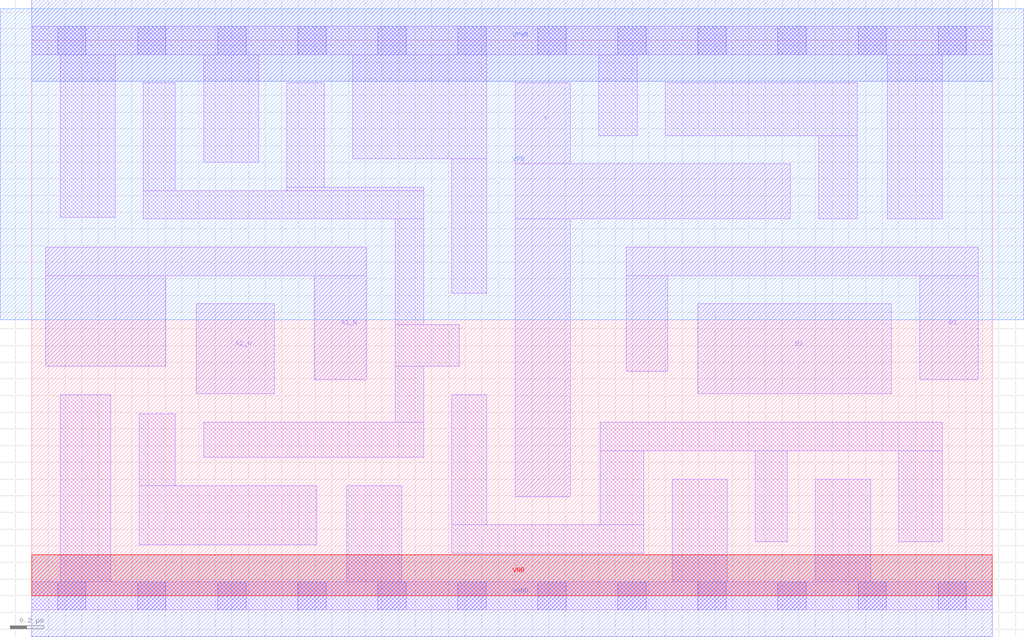
<source format=lef>
# Copyright 2020 The SkyWater PDK Authors
#
# Licensed under the Apache License, Version 2.0 (the "License");
# you may not use this file except in compliance with the License.
# You may obtain a copy of the License at
#
#     https://www.apache.org/licenses/LICENSE-2.0
#
# Unless required by applicable law or agreed to in writing, software
# distributed under the License is distributed on an "AS IS" BASIS,
# WITHOUT WARRANTIES OR CONDITIONS OF ANY KIND, either express or implied.
# See the License for the specific language governing permissions and
# limitations under the License.
#
# SPDX-License-Identifier: Apache-2.0

VERSION 5.7 ;
  NOWIREEXTENSIONATPIN ON ;
  DIVIDERCHAR "/" ;
  BUSBITCHARS "[]" ;
MACRO sky130_fd_sc_lp__o2bb2ai_2
  CLASS CORE ;
  FOREIGN sky130_fd_sc_lp__o2bb2ai_2 ;
  ORIGIN  0.000000  0.000000 ;
  SIZE  5.760000 BY  3.330000 ;
  SYMMETRY X Y R90 ;
  SITE unit ;
  PIN A1_N
    ANTENNAGATEAREA  0.630000 ;
    DIRECTION INPUT ;
    USE SIGNAL ;
    PORT
      LAYER li1 ;
        RECT 0.085000 1.375000 0.805000 1.920000 ;
        RECT 0.085000 1.920000 2.010000 2.090000 ;
        RECT 1.695000 1.295000 2.010000 1.920000 ;
    END
  END A1_N
  PIN A2_N
    ANTENNAGATEAREA  0.630000 ;
    DIRECTION INPUT ;
    USE SIGNAL ;
    PORT
      LAYER li1 ;
        RECT 0.985000 1.210000 1.455000 1.750000 ;
    END
  END A2_N
  PIN B1
    ANTENNAGATEAREA  0.630000 ;
    DIRECTION INPUT ;
    USE SIGNAL ;
    PORT
      LAYER li1 ;
        RECT 3.565000 1.345000 3.815000 1.920000 ;
        RECT 3.565000 1.920000 5.675000 2.090000 ;
        RECT 5.325000 1.295000 5.675000 1.920000 ;
    END
  END B1
  PIN B2
    ANTENNAGATEAREA  0.630000 ;
    DIRECTION INPUT ;
    USE SIGNAL ;
    PORT
      LAYER li1 ;
        RECT 3.995000 1.210000 5.155000 1.750000 ;
    END
  END B2
  PIN Y
    ANTENNADIFFAREA  0.991200 ;
    DIRECTION OUTPUT ;
    USE SIGNAL ;
    PORT
      LAYER li1 ;
        RECT 2.900000 0.595000 3.230000 2.260000 ;
        RECT 2.900000 2.260000 4.550000 2.590000 ;
        RECT 2.900000 2.590000 3.230000 3.075000 ;
    END
  END Y
  PIN VGND
    DIRECTION INOUT ;
    USE GROUND ;
    PORT
      LAYER met1 ;
        RECT 0.000000 -0.245000 5.760000 0.245000 ;
    END
  END VGND
  PIN VNB
    DIRECTION INOUT ;
    USE GROUND ;
    PORT
      LAYER pwell ;
        RECT 0.000000 0.000000 5.760000 0.245000 ;
    END
  END VNB
  PIN VPB
    DIRECTION INOUT ;
    USE POWER ;
    PORT
      LAYER nwell ;
        RECT -0.190000 1.655000 5.950000 3.520000 ;
    END
  END VPB
  PIN VPWR
    DIRECTION INOUT ;
    USE POWER ;
    PORT
      LAYER met1 ;
        RECT 0.000000 3.085000 5.760000 3.575000 ;
    END
  END VPWR
  OBS
    LAYER li1 ;
      RECT 0.000000 -0.085000 5.760000 0.085000 ;
      RECT 0.000000  3.245000 5.760000 3.415000 ;
      RECT 0.170000  0.085000 0.475000 1.205000 ;
      RECT 0.170000  2.270000 0.500000 3.245000 ;
      RECT 0.645000  0.305000 1.710000 0.660000 ;
      RECT 0.645000  0.660000 0.860000 1.090000 ;
      RECT 0.670000  2.260000 2.350000 2.430000 ;
      RECT 0.670000  2.430000 0.860000 3.075000 ;
      RECT 1.030000  0.830000 2.350000 1.040000 ;
      RECT 1.030000  2.600000 1.360000 3.245000 ;
      RECT 1.530000  2.430000 2.350000 2.450000 ;
      RECT 1.530000  2.450000 1.755000 3.075000 ;
      RECT 1.890000  0.085000 2.220000 0.660000 ;
      RECT 1.925000  2.620000 2.730000 3.245000 ;
      RECT 2.180000  1.040000 2.350000 1.375000 ;
      RECT 2.180000  1.375000 2.565000 1.625000 ;
      RECT 2.180000  1.625000 2.350000 2.260000 ;
      RECT 2.520000  0.255000 3.670000 0.425000 ;
      RECT 2.520000  0.425000 2.730000 1.205000 ;
      RECT 2.520000  1.815000 2.730000 2.620000 ;
      RECT 3.400000  2.760000 3.630000 3.245000 ;
      RECT 3.410000  0.425000 3.670000 0.870000 ;
      RECT 3.410000  0.870000 5.460000 1.040000 ;
      RECT 3.800000  2.760000 4.950000 3.075000 ;
      RECT 3.840000  0.085000 4.170000 0.700000 ;
      RECT 4.340000  0.325000 4.530000 0.870000 ;
      RECT 4.700000  0.085000 5.030000 0.700000 ;
      RECT 4.720000  2.260000 4.950000 2.760000 ;
      RECT 5.130000  2.260000 5.460000 3.245000 ;
      RECT 5.200000  0.325000 5.460000 0.870000 ;
    LAYER mcon ;
      RECT 0.155000 -0.085000 0.325000 0.085000 ;
      RECT 0.155000  3.245000 0.325000 3.415000 ;
      RECT 0.635000 -0.085000 0.805000 0.085000 ;
      RECT 0.635000  3.245000 0.805000 3.415000 ;
      RECT 1.115000 -0.085000 1.285000 0.085000 ;
      RECT 1.115000  3.245000 1.285000 3.415000 ;
      RECT 1.595000 -0.085000 1.765000 0.085000 ;
      RECT 1.595000  3.245000 1.765000 3.415000 ;
      RECT 2.075000 -0.085000 2.245000 0.085000 ;
      RECT 2.075000  3.245000 2.245000 3.415000 ;
      RECT 2.555000 -0.085000 2.725000 0.085000 ;
      RECT 2.555000  3.245000 2.725000 3.415000 ;
      RECT 3.035000 -0.085000 3.205000 0.085000 ;
      RECT 3.035000  3.245000 3.205000 3.415000 ;
      RECT 3.515000 -0.085000 3.685000 0.085000 ;
      RECT 3.515000  3.245000 3.685000 3.415000 ;
      RECT 3.995000 -0.085000 4.165000 0.085000 ;
      RECT 3.995000  3.245000 4.165000 3.415000 ;
      RECT 4.475000 -0.085000 4.645000 0.085000 ;
      RECT 4.475000  3.245000 4.645000 3.415000 ;
      RECT 4.955000 -0.085000 5.125000 0.085000 ;
      RECT 4.955000  3.245000 5.125000 3.415000 ;
      RECT 5.435000 -0.085000 5.605000 0.085000 ;
      RECT 5.435000  3.245000 5.605000 3.415000 ;
  END
END sky130_fd_sc_lp__o2bb2ai_2
END LIBRARY

</source>
